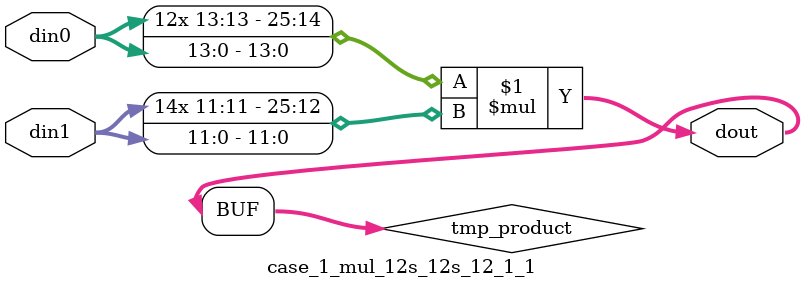
<source format=v>

`timescale 1 ns / 1 ps

 module case_1_mul_12s_12s_12_1_1(din0, din1, dout);
parameter ID = 1;
parameter NUM_STAGE = 0;
parameter din0_WIDTH = 14;
parameter din1_WIDTH = 12;
parameter dout_WIDTH = 26;

input [din0_WIDTH - 1 : 0] din0; 
input [din1_WIDTH - 1 : 0] din1; 
output [dout_WIDTH - 1 : 0] dout;

wire signed [dout_WIDTH - 1 : 0] tmp_product;



























assign tmp_product = $signed(din0) * $signed(din1);








assign dout = tmp_product;





















endmodule

</source>
